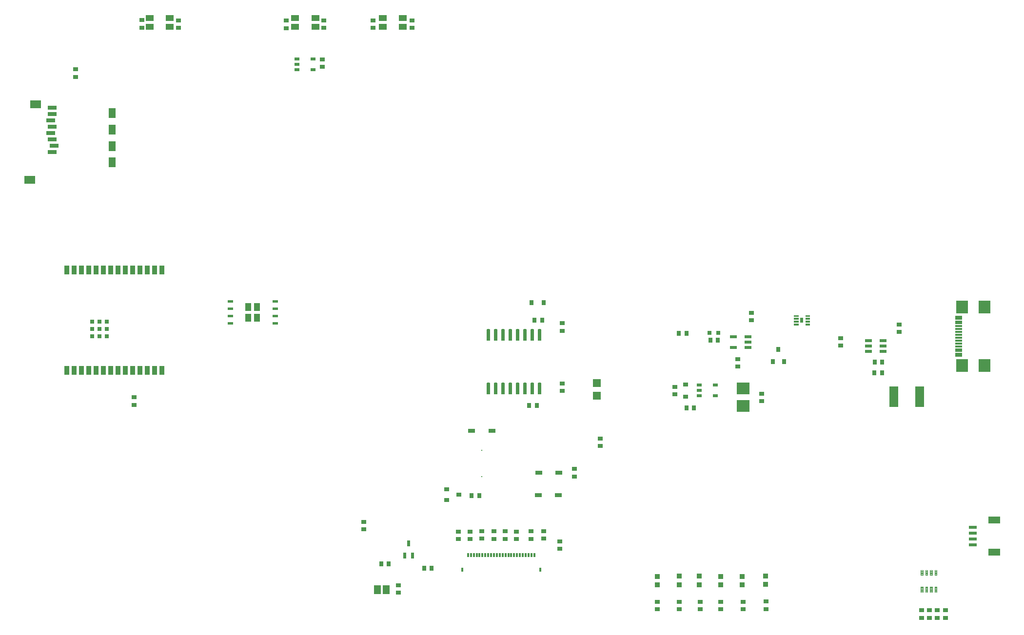
<source format=gbr>
G04 EAGLE Gerber RS-274X export*
G75*
%MOMM*%
%FSLAX34Y34*%
%LPD*%
%INSolderpaste Top*%
%IPPOS*%
%AMOC8*
5,1,8,0,0,1.08239X$1,22.5*%
G01*
G04 Define Apertures*
%ADD10R,1.400000X1.050000*%
%ADD11R,0.900000X0.700000*%
%ADD12R,1.400000X1.400000*%
%ADD13R,0.700000X0.900000*%
%ADD14R,2.200000X2.000000*%
%ADD15R,0.800000X0.800000*%
%ADD16R,1.200000X0.600000*%
%ADD17R,0.940000X0.970000*%
%ADD18R,0.900000X0.800000*%
%ADD19R,1.150000X0.800000*%
%ADD20R,0.800000X0.900000*%
%ADD21R,0.900000X0.600000*%
%ADD22R,0.300000X0.800000*%
%ADD23R,0.400000X0.800000*%
%ADD24R,1.150000X0.300000*%
%ADD25R,2.000000X2.180000*%
%ADD26R,2.000000X1.200000*%
%ADD27R,1.350000X0.600000*%
%ADD28R,1.200000X1.800000*%
%ADD29R,1.900000X1.400000*%
%ADD30R,1.500000X0.700000*%
%ADD31R,0.127000X0.127000*%
%ADD32R,1.200000X0.550000*%
%ADD33R,1.500000X3.600000*%
%ADD34R,0.500000X1.050000*%
%ADD35C,0.125000*%
%ADD36R,1.168400X1.600200*%
%ADD37R,1.010000X1.460000*%
%ADD38C,0.110000*%
%ADD39R,0.900000X1.500000*%
%ADD40C,0.147500*%
%ADD41R,0.560000X0.820000*%
%ADD42C,0.067500*%
D10*
X507800Y988988D03*
X472800Y988988D03*
X472800Y973988D03*
X507800Y973988D03*
D11*
X1574200Y-52700D03*
X1574200Y-39700D03*
X608100Y972500D03*
X608100Y985500D03*
D12*
X996800Y355300D03*
X996800Y333300D03*
D13*
X1139200Y441500D03*
X1152200Y441500D03*
X1152400Y311900D03*
X1165400Y311900D03*
D11*
X1282800Y323800D03*
X1282800Y336800D03*
X1561000Y-52700D03*
X1561000Y-39700D03*
X1265000Y464300D03*
X1265000Y477300D03*
D14*
X1251000Y315600D03*
X1251000Y345600D03*
D11*
X957900Y205900D03*
X957900Y192900D03*
D13*
X1479200Y391200D03*
X1492200Y391200D03*
D11*
X206900Y972600D03*
X206900Y985600D03*
D13*
X1478800Y372700D03*
X1491800Y372700D03*
D11*
X457200Y984822D03*
X457200Y971822D03*
X1002800Y258800D03*
X1002800Y245800D03*
X936800Y341300D03*
X936800Y354300D03*
X91600Y887100D03*
X91600Y900100D03*
D15*
X1207300Y442100D03*
X1192300Y442100D03*
D11*
X520000Y917300D03*
X520000Y904300D03*
D16*
X1468500Y429000D03*
X1468500Y419500D03*
X1468500Y410000D03*
X1493500Y410000D03*
X1493500Y419500D03*
X1493500Y429000D03*
D17*
X1174800Y4700D03*
X1174800Y19700D03*
X1139800Y4500D03*
X1139800Y19500D03*
X1101300Y4300D03*
X1101300Y19300D03*
D18*
X1150700Y331300D03*
X1150700Y352300D03*
D19*
X779300Y272600D03*
X814300Y272600D03*
X895700Y199100D03*
X930700Y199100D03*
X895000Y160400D03*
X930000Y160400D03*
D17*
X1249300Y4300D03*
X1249300Y19300D03*
D20*
X883200Y494700D03*
X904200Y494700D03*
D17*
X1289800Y5100D03*
X1289800Y20100D03*
X1211800Y4400D03*
X1211800Y19400D03*
D11*
X932200Y80100D03*
X932200Y67100D03*
X796800Y84700D03*
X796800Y97700D03*
X776600Y84000D03*
X776600Y97000D03*
X756400Y84000D03*
X756400Y97000D03*
X591800Y101000D03*
X591800Y114000D03*
X904200Y84800D03*
X904200Y97800D03*
X882300Y84500D03*
X882300Y97500D03*
X856800Y84200D03*
X856800Y97200D03*
X837500Y84500D03*
X837500Y97500D03*
X818000Y84600D03*
X818000Y97600D03*
D21*
X476200Y918300D03*
X476200Y908800D03*
X476200Y899300D03*
X504200Y899300D03*
X504200Y918300D03*
X1174500Y351900D03*
X1174500Y342400D03*
X1174500Y332900D03*
X1202500Y332900D03*
X1202500Y351900D03*
D22*
X888100Y55900D03*
X883100Y55900D03*
X878100Y55900D03*
X873100Y55900D03*
X868100Y55900D03*
X863100Y55900D03*
X858100Y55900D03*
X853100Y55900D03*
X848100Y55900D03*
X843100Y55900D03*
X838100Y55900D03*
X833100Y55900D03*
X828100Y55900D03*
X823100Y55900D03*
X818100Y55900D03*
X813100Y55900D03*
X808100Y55900D03*
X803100Y55900D03*
X798100Y55900D03*
X793100Y55900D03*
X788100Y55900D03*
X783100Y55900D03*
X778100Y55900D03*
X773100Y55900D03*
D23*
X898100Y30900D03*
X763100Y30900D03*
D24*
X1624890Y402900D03*
X1624890Y410900D03*
X1624890Y423900D03*
X1624890Y433900D03*
X1624890Y438900D03*
X1624890Y448900D03*
X1624890Y461900D03*
X1624890Y469900D03*
X1624890Y466900D03*
X1624890Y458900D03*
X1624890Y453900D03*
X1624890Y443900D03*
X1624890Y428900D03*
X1624890Y418900D03*
X1624890Y413900D03*
X1624890Y405900D03*
D25*
X1669940Y385300D03*
X1669940Y487500D03*
X1630640Y385300D03*
X1630640Y487500D03*
D26*
X1686500Y61200D03*
X1686500Y117200D03*
D27*
X1649750Y74200D03*
X1649750Y84200D03*
X1649750Y94200D03*
X1649750Y104200D03*
D28*
X154762Y738300D03*
X154762Y795300D03*
D29*
X12262Y708300D03*
X22262Y839800D03*
D30*
X50762Y756300D03*
X54762Y767300D03*
X50762Y778300D03*
X48762Y789300D03*
X50762Y800300D03*
X48762Y811300D03*
X50762Y822300D03*
X50762Y833300D03*
D28*
X154762Y766800D03*
X154762Y823800D03*
D31*
X797100Y238060D03*
X797100Y192340D03*
D32*
X1259601Y416700D03*
X1259601Y426200D03*
X1259601Y435700D03*
X1233599Y435700D03*
X1233599Y416700D03*
D33*
X1557600Y331500D03*
X1512600Y331500D03*
D20*
X1302500Y392500D03*
X1321500Y392500D03*
X1312000Y413500D03*
D18*
X736300Y171000D03*
X736300Y152000D03*
X757300Y161500D03*
D34*
X663300Y55300D03*
X676300Y55300D03*
X669800Y76300D03*
D11*
X193000Y317200D03*
X193000Y330200D03*
X1290700Y-37400D03*
X1290700Y-24400D03*
D13*
X1193900Y430000D03*
X1206900Y430000D03*
D11*
X1601700Y-52800D03*
X1601700Y-39800D03*
X936900Y446100D03*
X936900Y459100D03*
X1132100Y335500D03*
X1132100Y348500D03*
X651900Y-8800D03*
X651900Y4200D03*
D13*
X892300Y316000D03*
X879300Y316000D03*
D11*
X1521600Y444100D03*
X1521600Y457100D03*
X1419700Y433400D03*
X1419700Y420400D03*
X1241000Y384000D03*
X1241000Y397000D03*
X1588000Y-52800D03*
X1588000Y-39800D03*
D13*
X696900Y33300D03*
X709900Y33300D03*
X622500Y40800D03*
X635500Y40800D03*
D11*
X1212200Y-37800D03*
X1212200Y-24800D03*
X1176200Y-38100D03*
X1176200Y-25100D03*
X1139900Y-38100D03*
X1139900Y-25100D03*
X1101400Y-37900D03*
X1101400Y-24900D03*
X1250400Y-37700D03*
X1250400Y-24700D03*
D10*
X255100Y988988D03*
X220100Y988988D03*
X220100Y973988D03*
X255100Y973988D03*
D11*
X522600Y972400D03*
X522600Y985400D03*
D13*
X888500Y464600D03*
X901500Y464600D03*
D11*
X676100Y972200D03*
X676100Y985200D03*
D13*
X779300Y159500D03*
X792300Y159500D03*
D11*
X270500Y972400D03*
X270500Y985400D03*
D35*
X1562875Y30235D02*
X1562875Y21325D01*
X1559125Y21325D01*
X1559125Y30235D01*
X1562875Y30235D01*
X1562875Y22512D02*
X1559125Y22512D01*
X1559125Y23699D02*
X1562875Y23699D01*
X1562875Y24886D02*
X1559125Y24886D01*
X1559125Y26073D02*
X1562875Y26073D01*
X1562875Y27260D02*
X1559125Y27260D01*
X1559125Y28447D02*
X1562875Y28447D01*
X1562875Y29634D02*
X1559125Y29634D01*
X1570875Y30235D02*
X1570875Y21325D01*
X1567125Y21325D01*
X1567125Y30235D01*
X1570875Y30235D01*
X1570875Y22512D02*
X1567125Y22512D01*
X1567125Y23699D02*
X1570875Y23699D01*
X1570875Y24886D02*
X1567125Y24886D01*
X1567125Y26073D02*
X1570875Y26073D01*
X1570875Y27260D02*
X1567125Y27260D01*
X1567125Y28447D02*
X1570875Y28447D01*
X1570875Y29634D02*
X1567125Y29634D01*
X1578875Y30235D02*
X1578875Y21325D01*
X1575125Y21325D01*
X1575125Y30235D01*
X1578875Y30235D01*
X1578875Y22512D02*
X1575125Y22512D01*
X1575125Y23699D02*
X1578875Y23699D01*
X1578875Y24886D02*
X1575125Y24886D01*
X1575125Y26073D02*
X1578875Y26073D01*
X1578875Y27260D02*
X1575125Y27260D01*
X1575125Y28447D02*
X1578875Y28447D01*
X1578875Y29634D02*
X1575125Y29634D01*
X1586875Y30235D02*
X1586875Y21325D01*
X1583125Y21325D01*
X1583125Y30235D01*
X1586875Y30235D01*
X1586875Y22512D02*
X1583125Y22512D01*
X1583125Y23699D02*
X1586875Y23699D01*
X1586875Y24886D02*
X1583125Y24886D01*
X1583125Y26073D02*
X1586875Y26073D01*
X1586875Y27260D02*
X1583125Y27260D01*
X1583125Y28447D02*
X1586875Y28447D01*
X1586875Y29634D02*
X1583125Y29634D01*
X1587075Y1075D02*
X1587075Y-7835D01*
X1583325Y-7835D01*
X1583325Y1075D01*
X1587075Y1075D01*
X1587075Y-6648D02*
X1583325Y-6648D01*
X1583325Y-5461D02*
X1587075Y-5461D01*
X1587075Y-4274D02*
X1583325Y-4274D01*
X1583325Y-3087D02*
X1587075Y-3087D01*
X1587075Y-1900D02*
X1583325Y-1900D01*
X1583325Y-713D02*
X1587075Y-713D01*
X1587075Y474D02*
X1583325Y474D01*
X1578875Y1075D02*
X1578875Y-7835D01*
X1575125Y-7835D01*
X1575125Y1075D01*
X1578875Y1075D01*
X1578875Y-6648D02*
X1575125Y-6648D01*
X1575125Y-5461D02*
X1578875Y-5461D01*
X1578875Y-4274D02*
X1575125Y-4274D01*
X1575125Y-3087D02*
X1578875Y-3087D01*
X1578875Y-1900D02*
X1575125Y-1900D01*
X1575125Y-713D02*
X1578875Y-713D01*
X1578875Y474D02*
X1575125Y474D01*
X1570875Y1075D02*
X1570875Y-7835D01*
X1567125Y-7835D01*
X1567125Y1075D01*
X1570875Y1075D01*
X1570875Y-6648D02*
X1567125Y-6648D01*
X1567125Y-5461D02*
X1570875Y-5461D01*
X1570875Y-4274D02*
X1567125Y-4274D01*
X1567125Y-3087D02*
X1570875Y-3087D01*
X1570875Y-1900D02*
X1567125Y-1900D01*
X1567125Y-713D02*
X1570875Y-713D01*
X1570875Y474D02*
X1567125Y474D01*
X1562875Y1075D02*
X1562875Y-7835D01*
X1559125Y-7835D01*
X1559125Y1075D01*
X1562875Y1075D01*
X1562875Y-6648D02*
X1559125Y-6648D01*
X1559125Y-5461D02*
X1562875Y-5461D01*
X1562875Y-4274D02*
X1559125Y-4274D01*
X1559125Y-3087D02*
X1562875Y-3087D01*
X1562875Y-1900D02*
X1559125Y-1900D01*
X1559125Y-713D02*
X1562875Y-713D01*
X1562875Y474D02*
X1559125Y474D01*
D36*
X615580Y-3600D03*
X630820Y-3600D03*
D37*
X391650Y487600D03*
X406350Y487600D03*
X391650Y468400D03*
X406350Y468400D03*
D38*
X364200Y495400D02*
X355900Y495400D01*
X355900Y498700D01*
X364200Y498700D01*
X364200Y495400D01*
X364200Y496445D02*
X355900Y496445D01*
X355900Y497490D02*
X364200Y497490D01*
X364200Y498535D02*
X355900Y498535D01*
X355900Y482700D02*
X364200Y482700D01*
X355900Y482700D02*
X355900Y486000D01*
X364200Y486000D01*
X364200Y482700D01*
X364200Y483745D02*
X355900Y483745D01*
X355900Y484790D02*
X364200Y484790D01*
X364200Y485835D02*
X355900Y485835D01*
X355900Y470000D02*
X364200Y470000D01*
X355900Y470000D02*
X355900Y473300D01*
X364200Y473300D01*
X364200Y470000D01*
X364200Y471045D02*
X355900Y471045D01*
X355900Y472090D02*
X364200Y472090D01*
X364200Y473135D02*
X355900Y473135D01*
X355900Y457300D02*
X364200Y457300D01*
X355900Y457300D02*
X355900Y460600D01*
X364200Y460600D01*
X364200Y457300D01*
X364200Y458345D02*
X355900Y458345D01*
X355900Y459390D02*
X364200Y459390D01*
X364200Y460435D02*
X355900Y460435D01*
X433800Y457300D02*
X442100Y457300D01*
X433800Y457300D02*
X433800Y460600D01*
X442100Y460600D01*
X442100Y457300D01*
X442100Y458345D02*
X433800Y458345D01*
X433800Y459390D02*
X442100Y459390D01*
X442100Y460435D02*
X433800Y460435D01*
X433800Y470000D02*
X442100Y470000D01*
X433800Y470000D02*
X433800Y473300D01*
X442100Y473300D01*
X442100Y470000D01*
X442100Y471045D02*
X433800Y471045D01*
X433800Y472090D02*
X442100Y472090D01*
X442100Y473135D02*
X433800Y473135D01*
X433800Y482700D02*
X442100Y482700D01*
X433800Y482700D02*
X433800Y486000D01*
X442100Y486000D01*
X442100Y482700D01*
X442100Y483745D02*
X433800Y483745D01*
X433800Y484790D02*
X442100Y484790D01*
X442100Y485835D02*
X433800Y485835D01*
X433800Y495400D02*
X442100Y495400D01*
X433800Y495400D02*
X433800Y498700D01*
X442100Y498700D01*
X442100Y495400D01*
X442100Y496445D02*
X433800Y496445D01*
X433800Y497490D02*
X442100Y497490D01*
X442100Y498535D02*
X433800Y498535D01*
D39*
X76000Y376800D03*
X88700Y376800D03*
X101400Y376800D03*
X114100Y376800D03*
X126800Y376800D03*
X139500Y376800D03*
X152200Y376800D03*
X164900Y376800D03*
X177600Y376800D03*
X190300Y376800D03*
X203000Y376800D03*
X215700Y376800D03*
X228400Y376800D03*
X241100Y376800D03*
X241100Y551800D03*
X228400Y551800D03*
X215700Y551800D03*
X203000Y551800D03*
X190300Y551800D03*
X177600Y551800D03*
X164900Y551800D03*
X152200Y551800D03*
X139500Y551800D03*
X126800Y551800D03*
X114100Y551800D03*
X101400Y551800D03*
X88700Y551800D03*
X76000Y551800D03*
D15*
X133200Y449250D03*
X120700Y436750D03*
X120700Y449250D03*
X120700Y461750D03*
X133200Y436750D03*
X133200Y461750D03*
X145700Y436750D03*
X145700Y449250D03*
X145700Y461750D03*
D40*
X895037Y448463D02*
X895037Y429437D01*
X895037Y448463D02*
X899463Y448463D01*
X899463Y429437D01*
X895037Y429437D01*
X895037Y430838D02*
X899463Y430838D01*
X899463Y432239D02*
X895037Y432239D01*
X895037Y433640D02*
X899463Y433640D01*
X899463Y435041D02*
X895037Y435041D01*
X895037Y436442D02*
X899463Y436442D01*
X899463Y437843D02*
X895037Y437843D01*
X895037Y439244D02*
X899463Y439244D01*
X899463Y440645D02*
X895037Y440645D01*
X895037Y442046D02*
X899463Y442046D01*
X899463Y443447D02*
X895037Y443447D01*
X895037Y444848D02*
X899463Y444848D01*
X899463Y446249D02*
X895037Y446249D01*
X895037Y447650D02*
X899463Y447650D01*
X882337Y448463D02*
X882337Y429437D01*
X882337Y448463D02*
X886763Y448463D01*
X886763Y429437D01*
X882337Y429437D01*
X882337Y430838D02*
X886763Y430838D01*
X886763Y432239D02*
X882337Y432239D01*
X882337Y433640D02*
X886763Y433640D01*
X886763Y435041D02*
X882337Y435041D01*
X882337Y436442D02*
X886763Y436442D01*
X886763Y437843D02*
X882337Y437843D01*
X882337Y439244D02*
X886763Y439244D01*
X886763Y440645D02*
X882337Y440645D01*
X882337Y442046D02*
X886763Y442046D01*
X886763Y443447D02*
X882337Y443447D01*
X882337Y444848D02*
X886763Y444848D01*
X886763Y446249D02*
X882337Y446249D01*
X882337Y447650D02*
X886763Y447650D01*
X869637Y448463D02*
X869637Y429437D01*
X869637Y448463D02*
X874063Y448463D01*
X874063Y429437D01*
X869637Y429437D01*
X869637Y430838D02*
X874063Y430838D01*
X874063Y432239D02*
X869637Y432239D01*
X869637Y433640D02*
X874063Y433640D01*
X874063Y435041D02*
X869637Y435041D01*
X869637Y436442D02*
X874063Y436442D01*
X874063Y437843D02*
X869637Y437843D01*
X869637Y439244D02*
X874063Y439244D01*
X874063Y440645D02*
X869637Y440645D01*
X869637Y442046D02*
X874063Y442046D01*
X874063Y443447D02*
X869637Y443447D01*
X869637Y444848D02*
X874063Y444848D01*
X874063Y446249D02*
X869637Y446249D01*
X869637Y447650D02*
X874063Y447650D01*
X856937Y448463D02*
X856937Y429437D01*
X856937Y448463D02*
X861363Y448463D01*
X861363Y429437D01*
X856937Y429437D01*
X856937Y430838D02*
X861363Y430838D01*
X861363Y432239D02*
X856937Y432239D01*
X856937Y433640D02*
X861363Y433640D01*
X861363Y435041D02*
X856937Y435041D01*
X856937Y436442D02*
X861363Y436442D01*
X861363Y437843D02*
X856937Y437843D01*
X856937Y439244D02*
X861363Y439244D01*
X861363Y440645D02*
X856937Y440645D01*
X856937Y442046D02*
X861363Y442046D01*
X861363Y443447D02*
X856937Y443447D01*
X856937Y444848D02*
X861363Y444848D01*
X861363Y446249D02*
X856937Y446249D01*
X856937Y447650D02*
X861363Y447650D01*
X844237Y448463D02*
X844237Y429437D01*
X844237Y448463D02*
X848663Y448463D01*
X848663Y429437D01*
X844237Y429437D01*
X844237Y430838D02*
X848663Y430838D01*
X848663Y432239D02*
X844237Y432239D01*
X844237Y433640D02*
X848663Y433640D01*
X848663Y435041D02*
X844237Y435041D01*
X844237Y436442D02*
X848663Y436442D01*
X848663Y437843D02*
X844237Y437843D01*
X844237Y439244D02*
X848663Y439244D01*
X848663Y440645D02*
X844237Y440645D01*
X844237Y442046D02*
X848663Y442046D01*
X848663Y443447D02*
X844237Y443447D01*
X844237Y444848D02*
X848663Y444848D01*
X848663Y446249D02*
X844237Y446249D01*
X844237Y447650D02*
X848663Y447650D01*
X831537Y448463D02*
X831537Y429437D01*
X831537Y448463D02*
X835963Y448463D01*
X835963Y429437D01*
X831537Y429437D01*
X831537Y430838D02*
X835963Y430838D01*
X835963Y432239D02*
X831537Y432239D01*
X831537Y433640D02*
X835963Y433640D01*
X835963Y435041D02*
X831537Y435041D01*
X831537Y436442D02*
X835963Y436442D01*
X835963Y437843D02*
X831537Y437843D01*
X831537Y439244D02*
X835963Y439244D01*
X835963Y440645D02*
X831537Y440645D01*
X831537Y442046D02*
X835963Y442046D01*
X835963Y443447D02*
X831537Y443447D01*
X831537Y444848D02*
X835963Y444848D01*
X835963Y446249D02*
X831537Y446249D01*
X831537Y447650D02*
X835963Y447650D01*
X818837Y448463D02*
X818837Y429437D01*
X818837Y448463D02*
X823263Y448463D01*
X823263Y429437D01*
X818837Y429437D01*
X818837Y430838D02*
X823263Y430838D01*
X823263Y432239D02*
X818837Y432239D01*
X818837Y433640D02*
X823263Y433640D01*
X823263Y435041D02*
X818837Y435041D01*
X818837Y436442D02*
X823263Y436442D01*
X823263Y437843D02*
X818837Y437843D01*
X818837Y439244D02*
X823263Y439244D01*
X823263Y440645D02*
X818837Y440645D01*
X818837Y442046D02*
X823263Y442046D01*
X823263Y443447D02*
X818837Y443447D01*
X818837Y444848D02*
X823263Y444848D01*
X823263Y446249D02*
X818837Y446249D01*
X818837Y447650D02*
X823263Y447650D01*
X806137Y448463D02*
X806137Y429437D01*
X806137Y448463D02*
X810563Y448463D01*
X810563Y429437D01*
X806137Y429437D01*
X806137Y430838D02*
X810563Y430838D01*
X810563Y432239D02*
X806137Y432239D01*
X806137Y433640D02*
X810563Y433640D01*
X810563Y435041D02*
X806137Y435041D01*
X806137Y436442D02*
X810563Y436442D01*
X810563Y437843D02*
X806137Y437843D01*
X806137Y439244D02*
X810563Y439244D01*
X810563Y440645D02*
X806137Y440645D01*
X806137Y442046D02*
X810563Y442046D01*
X810563Y443447D02*
X806137Y443447D01*
X806137Y444848D02*
X810563Y444848D01*
X810563Y446249D02*
X806137Y446249D01*
X806137Y447650D02*
X810563Y447650D01*
X806137Y355363D02*
X806137Y336337D01*
X806137Y355363D02*
X810563Y355363D01*
X810563Y336337D01*
X806137Y336337D01*
X806137Y337738D02*
X810563Y337738D01*
X810563Y339139D02*
X806137Y339139D01*
X806137Y340540D02*
X810563Y340540D01*
X810563Y341941D02*
X806137Y341941D01*
X806137Y343342D02*
X810563Y343342D01*
X810563Y344743D02*
X806137Y344743D01*
X806137Y346144D02*
X810563Y346144D01*
X810563Y347545D02*
X806137Y347545D01*
X806137Y348946D02*
X810563Y348946D01*
X810563Y350347D02*
X806137Y350347D01*
X806137Y351748D02*
X810563Y351748D01*
X810563Y353149D02*
X806137Y353149D01*
X806137Y354550D02*
X810563Y354550D01*
X818837Y355363D02*
X818837Y336337D01*
X818837Y355363D02*
X823263Y355363D01*
X823263Y336337D01*
X818837Y336337D01*
X818837Y337738D02*
X823263Y337738D01*
X823263Y339139D02*
X818837Y339139D01*
X818837Y340540D02*
X823263Y340540D01*
X823263Y341941D02*
X818837Y341941D01*
X818837Y343342D02*
X823263Y343342D01*
X823263Y344743D02*
X818837Y344743D01*
X818837Y346144D02*
X823263Y346144D01*
X823263Y347545D02*
X818837Y347545D01*
X818837Y348946D02*
X823263Y348946D01*
X823263Y350347D02*
X818837Y350347D01*
X818837Y351748D02*
X823263Y351748D01*
X823263Y353149D02*
X818837Y353149D01*
X818837Y354550D02*
X823263Y354550D01*
X831537Y355363D02*
X831537Y336337D01*
X831537Y355363D02*
X835963Y355363D01*
X835963Y336337D01*
X831537Y336337D01*
X831537Y337738D02*
X835963Y337738D01*
X835963Y339139D02*
X831537Y339139D01*
X831537Y340540D02*
X835963Y340540D01*
X835963Y341941D02*
X831537Y341941D01*
X831537Y343342D02*
X835963Y343342D01*
X835963Y344743D02*
X831537Y344743D01*
X831537Y346144D02*
X835963Y346144D01*
X835963Y347545D02*
X831537Y347545D01*
X831537Y348946D02*
X835963Y348946D01*
X835963Y350347D02*
X831537Y350347D01*
X831537Y351748D02*
X835963Y351748D01*
X835963Y353149D02*
X831537Y353149D01*
X831537Y354550D02*
X835963Y354550D01*
X844237Y355363D02*
X844237Y336337D01*
X844237Y355363D02*
X848663Y355363D01*
X848663Y336337D01*
X844237Y336337D01*
X844237Y337738D02*
X848663Y337738D01*
X848663Y339139D02*
X844237Y339139D01*
X844237Y340540D02*
X848663Y340540D01*
X848663Y341941D02*
X844237Y341941D01*
X844237Y343342D02*
X848663Y343342D01*
X848663Y344743D02*
X844237Y344743D01*
X844237Y346144D02*
X848663Y346144D01*
X848663Y347545D02*
X844237Y347545D01*
X844237Y348946D02*
X848663Y348946D01*
X848663Y350347D02*
X844237Y350347D01*
X844237Y351748D02*
X848663Y351748D01*
X848663Y353149D02*
X844237Y353149D01*
X844237Y354550D02*
X848663Y354550D01*
X856937Y355363D02*
X856937Y336337D01*
X856937Y355363D02*
X861363Y355363D01*
X861363Y336337D01*
X856937Y336337D01*
X856937Y337738D02*
X861363Y337738D01*
X861363Y339139D02*
X856937Y339139D01*
X856937Y340540D02*
X861363Y340540D01*
X861363Y341941D02*
X856937Y341941D01*
X856937Y343342D02*
X861363Y343342D01*
X861363Y344743D02*
X856937Y344743D01*
X856937Y346144D02*
X861363Y346144D01*
X861363Y347545D02*
X856937Y347545D01*
X856937Y348946D02*
X861363Y348946D01*
X861363Y350347D02*
X856937Y350347D01*
X856937Y351748D02*
X861363Y351748D01*
X861363Y353149D02*
X856937Y353149D01*
X856937Y354550D02*
X861363Y354550D01*
X869637Y355363D02*
X869637Y336337D01*
X869637Y355363D02*
X874063Y355363D01*
X874063Y336337D01*
X869637Y336337D01*
X869637Y337738D02*
X874063Y337738D01*
X874063Y339139D02*
X869637Y339139D01*
X869637Y340540D02*
X874063Y340540D01*
X874063Y341941D02*
X869637Y341941D01*
X869637Y343342D02*
X874063Y343342D01*
X874063Y344743D02*
X869637Y344743D01*
X869637Y346144D02*
X874063Y346144D01*
X874063Y347545D02*
X869637Y347545D01*
X869637Y348946D02*
X874063Y348946D01*
X874063Y350347D02*
X869637Y350347D01*
X869637Y351748D02*
X874063Y351748D01*
X874063Y353149D02*
X869637Y353149D01*
X869637Y354550D02*
X874063Y354550D01*
X882337Y355363D02*
X882337Y336337D01*
X882337Y355363D02*
X886763Y355363D01*
X886763Y336337D01*
X882337Y336337D01*
X882337Y337738D02*
X886763Y337738D01*
X886763Y339139D02*
X882337Y339139D01*
X882337Y340540D02*
X886763Y340540D01*
X886763Y341941D02*
X882337Y341941D01*
X882337Y343342D02*
X886763Y343342D01*
X886763Y344743D02*
X882337Y344743D01*
X882337Y346144D02*
X886763Y346144D01*
X886763Y347545D02*
X882337Y347545D01*
X882337Y348946D02*
X886763Y348946D01*
X886763Y350347D02*
X882337Y350347D01*
X882337Y351748D02*
X886763Y351748D01*
X886763Y353149D02*
X882337Y353149D01*
X882337Y354550D02*
X886763Y354550D01*
X895037Y355363D02*
X895037Y336337D01*
X895037Y355363D02*
X899463Y355363D01*
X899463Y336337D01*
X895037Y336337D01*
X895037Y337738D02*
X899463Y337738D01*
X899463Y339139D02*
X895037Y339139D01*
X895037Y340540D02*
X899463Y340540D01*
X899463Y341941D02*
X895037Y341941D01*
X895037Y343342D02*
X899463Y343342D01*
X899463Y344743D02*
X895037Y344743D01*
X895037Y346144D02*
X899463Y346144D01*
X899463Y347545D02*
X895037Y347545D01*
X895037Y348946D02*
X899463Y348946D01*
X899463Y350347D02*
X895037Y350347D01*
X895037Y351748D02*
X899463Y351748D01*
X899463Y353149D02*
X895037Y353149D01*
X895037Y354550D02*
X899463Y354550D01*
D41*
X1352400Y464700D03*
D42*
X1346013Y471187D02*
X1339087Y471187D01*
X1339087Y473213D01*
X1346013Y473213D01*
X1346013Y471187D01*
X1346013Y471828D02*
X1339087Y471828D01*
X1339087Y472469D02*
X1346013Y472469D01*
X1346013Y473110D02*
X1339087Y473110D01*
X1339087Y466187D02*
X1346013Y466187D01*
X1339087Y466187D02*
X1339087Y468213D01*
X1346013Y468213D01*
X1346013Y466187D01*
X1346013Y466828D02*
X1339087Y466828D01*
X1339087Y467469D02*
X1346013Y467469D01*
X1346013Y468110D02*
X1339087Y468110D01*
X1339087Y461187D02*
X1346013Y461187D01*
X1339087Y461187D02*
X1339087Y463213D01*
X1346013Y463213D01*
X1346013Y461187D01*
X1346013Y461828D02*
X1339087Y461828D01*
X1339087Y462469D02*
X1346013Y462469D01*
X1346013Y463110D02*
X1339087Y463110D01*
X1339087Y456187D02*
X1346013Y456187D01*
X1339087Y456187D02*
X1339087Y458213D01*
X1346013Y458213D01*
X1346013Y456187D01*
X1346013Y456828D02*
X1339087Y456828D01*
X1339087Y457469D02*
X1346013Y457469D01*
X1346013Y458110D02*
X1339087Y458110D01*
X1358787Y456187D02*
X1365713Y456187D01*
X1358787Y456187D02*
X1358787Y458213D01*
X1365713Y458213D01*
X1365713Y456187D01*
X1365713Y456828D02*
X1358787Y456828D01*
X1358787Y457469D02*
X1365713Y457469D01*
X1365713Y458110D02*
X1358787Y458110D01*
X1358787Y461187D02*
X1365713Y461187D01*
X1358787Y461187D02*
X1358787Y463213D01*
X1365713Y463213D01*
X1365713Y461187D01*
X1365713Y461828D02*
X1358787Y461828D01*
X1358787Y462469D02*
X1365713Y462469D01*
X1365713Y463110D02*
X1358787Y463110D01*
X1358787Y466187D02*
X1365713Y466187D01*
X1358787Y466187D02*
X1358787Y468213D01*
X1365713Y468213D01*
X1365713Y466187D01*
X1365713Y466828D02*
X1358787Y466828D01*
X1358787Y467469D02*
X1365713Y467469D01*
X1365713Y468110D02*
X1358787Y468110D01*
X1358787Y471187D02*
X1365713Y471187D01*
X1358787Y471187D02*
X1358787Y473213D01*
X1365713Y473213D01*
X1365713Y471187D01*
X1365713Y471828D02*
X1358787Y471828D01*
X1358787Y472469D02*
X1365713Y472469D01*
X1365713Y473110D02*
X1358787Y473110D01*
D10*
X660100Y988988D03*
X625100Y988988D03*
X625100Y973988D03*
X660100Y973988D03*
M02*

</source>
